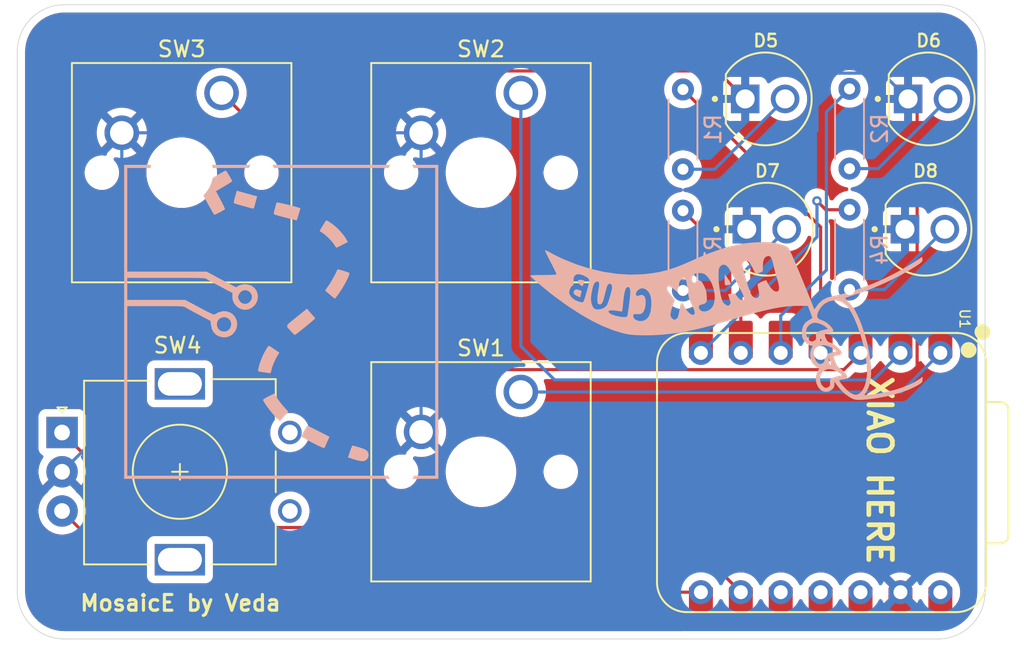
<source format=kicad_pcb>
(kicad_pcb (version 20241229) (generator "pcbnew") (generator_version "9.0")
  (layers (0 "F.Cu" signal) (2 "B.Cu" signal) (13 "F.Paste" user) (15 "B.Paste" user) (5 "F.SilkS" user "F.Silkscreen") (7 "B.SilkS" user "B.Silkscreen") (1 "F.Mask" user) (3 "B.Mask" user) (25 "Edge.Cuts" user))
  (net 0 "")
  (net 1 "Net-(D5-PadA)")
  (net 2 "GND")
  (net 3 "Net-(D6-PadA)")
  (net 4 "Net-(D7-PadA)")
  (net 5 "Net-(D8-PadA)")
  (net 6 "LED 1")
  (net 7 "LED 2")
  (net 8 "LED 3")
  (net 9 "LED 4")
  (net 10 "Button 1")
  (net 11 "Button 2")
  (net 12 "Button 3")
  (net 13 "ROT ENC A")
  (net 14 "ROT ENC B")
  (footprint "L08R5000Q1:LEDRD254W57D500H1070" (layer "F.Cu") (at 116.7 91.8)
    (property "Reference" "D5" (at 0.04 -3.708 0) (layer "F.SilkS") (effects (font (size 0.8 0.8))))
    (property "Value" "L08R5000Q1" (hide yes))
    (pad "A" thru_hole circle (at 1.27 0) (size 1.815 1.815) (drill 1.21) (layers "*.Cu" "*.Mask") (net 1 "Net-(D5-PadA)"))
    (pad "C" thru_hole rect (at -1.27 0) (size 1.815 1.815) (drill 1.21) (layers "*.Cu" "*.Mask") (net 2 "GND"))
  )
  (footprint "Button_Switch_Keyboard:SW_Cherry_MX_1.00u_PCB" (layer "F.Cu") (at 82.1025 91.42)
    (property "Reference" "SW3" (at -2.54 -2.794 0) (layer "F.SilkS"))
    (property "Value" "SW_Push")
    (pad "" np_thru_hole circle (at -7.62 5.08) (size 1.7 1.7) (drill 1.7) (layers "*.Cu" "*.Mask"))
    (pad "" np_thru_hole circle (at -2.54 5.08) (size 4 4) (drill 4) (layers "*.Cu" "*.Mask"))
    (pad "" np_thru_hole circle (at 2.54 5.08) (size 1.7 1.7) (drill 1.7) (layers "*.Cu" "*.Mask"))
    (pad "1" thru_hole circle (at 0 0) (size 2.2 2.2) (drill 1.5) (layers "*.Cu" "*.Mask") (net 12 "Button 3"))
    (pad "2" thru_hole circle (at -6.35 2.54) (size 2.2 2.2) (drill 1.5) (layers "*.Cu" "*.Mask") (net 2 "GND"))
  )
  (footprint "Rotary_Encoder:RotaryEncoder_Alps_EC11E_Vertical_H20mm" (layer "F.Cu") (at 71.95 113.05)
    (property "Reference" "SW4" (at 7.35 -5.55 0) (layer "F.SilkS"))
    (property "Value" "RotaryEncoder")
    (pad "" thru_hole circle (at 14.5 0) (size 1.5 1.5) (drill 1) (layers "*.Cu" "*.Mask"))
    (pad "" thru_hole circle (at 14.5 5) (size 1.5 1.5) (drill 1) (layers "*.Cu" "*.Mask"))
    (pad "A" thru_hole rect (at 0 0) (size 2 2) (drill 1) (layers "*.Cu" "*.Mask") (net 13 "ROT ENC A"))
    (pad "B" thru_hole circle (at 0 5) (size 2 2) (drill 1) (layers "*.Cu" "*.Mask") (net 14 "ROT ENC B"))
    (pad "C" thru_hole circle (at 0 2.5) (size 2 2) (drill 1) (layers "*.Cu" "*.Mask") (net 2 "GND"))
    (pad "MP" thru_hole rect (at 7.5 -3.1) (size 3.2 2) (drill oval 2.8 1.5) (layers "*.Cu" "*.Mask"))
    (pad "MP" thru_hole rect (at 7.5 8.1) (size 3.2 2) (drill oval 2.8 1.5) (layers "*.Cu" "*.Mask"))
  )
  (footprint "L08R5000Q1:LEDRD254W57D500H1070" (layer "F.Cu") (at 116.8 100.1)
    (property "Reference" "D7" (at 0.04 -3.708 0) (layer "F.SilkS") (effects (font (size 0.8 0.8))))
    (property "Value" "L08R5000Q1" (hide yes))
    (pad "A" thru_hole circle (at 1.27 0) (size 1.815 1.815) (drill 1.21) (layers "*.Cu" "*.Mask") (net 4 "Net-(D7-PadA)"))
    (pad "C" thru_hole rect (at -1.27 0) (size 1.815 1.815) (drill 1.21) (layers "*.Cu" "*.Mask") (net 2 "GND"))
  )
  (footprint "L08R5000Q1:LEDRD254W57D500H1070" (layer "F.Cu") (at 126.87 100.1)
    (property "Reference" "D8" (at 0.04 -3.708 0) (layer "F.SilkS") (effects (font (size 0.8 0.8))))
    (property "Value" "L08R5000Q1" (hide yes))
    (pad "A" thru_hole circle (at 1.27 0) (size 1.815 1.815) (drill 1.21) (layers "*.Cu" "*.Mask") (net 5 "Net-(D8-PadA)"))
    (pad "C" thru_hole rect (at -1.27 0) (size 1.815 1.815) (drill 1.21) (layers "*.Cu" "*.Mask") (net 2 "GND"))
  )
  (footprint "L08R5000Q1:LEDRD254W57D500H1070" (layer "F.Cu") (at 127.07 91.8)
    (property "Reference" "D6" (at 0.04 -3.708 0) (layer "F.SilkS") (effects (font (size 0.8 0.8))))
    (property "Value" "L08R5000Q1" (hide yes))
    (pad "A" thru_hole circle (at 1.27 0) (size 1.815 1.815) (drill 1.21) (layers "*.Cu" "*.Mask") (net 3 "Net-(D6-PadA)"))
    (pad "C" thru_hole rect (at -1.27 0) (size 1.815 1.815) (drill 1.21) (layers "*.Cu" "*.Mask") (net 2 "GND"))
  )
  (footprint "Button_Switch_Keyboard:SW_Cherry_MX_1.00u_PCB" (layer "F.Cu") (at 101.1525 110.47)
    (property "Reference" "SW1" (at -2.54 -2.794 0) (layer "F.SilkS"))
    (property "Value" "SW_Push")
    (pad "" np_thru_hole circle (at -7.62 5.08) (size 1.7 1.7) (drill 1.7) (layers "*.Cu" "*.Mask"))
    (pad "" np_thru_hole circle (at -2.54 5.08) (size 4 4) (drill 4) (layers "*.Cu" "*.Mask"))
    (pad "" np_thru_hole circle (at 2.54 5.08) (size 1.7 1.7) (drill 1.7) (layers "*.Cu" "*.Mask"))
    (pad "1" thru_hole circle (at 0 0) (size 2.2 2.2) (drill 1.5) (layers "*.Cu" "*.Mask") (net 10 "Button 1"))
    (pad "2" thru_hole circle (at -6.35 2.54) (size 2.2 2.2) (drill 1.5) (layers "*.Cu" "*.Mask") (net 2 "GND"))
  )
  (footprint "OPH:XIAO-RP2040-DIP" (layer "F.Cu") (at 120.2315 115.6 -90)
    (property "Reference" "U1" (at -9.8 -9.1685 270) (layer "F.SilkS") (effects (font (size 0.635 0.635) (thickness 0.1016))))
    (property "Value" "XIAO-RP2040-DIP")
    (pad "1" smd roundrect (at -8.455 -7.62 90) (size 2.432 1.524) (layers "F.Cu" "F.Mask") (roundrect_rratio 0.1) (net 10 "Button 1"))
    (pad "1" thru_hole circle (at -7.62 -7.62 90) (size 1.524 1.524) (drill 0.889) (layers "*.Cu" "*.Mask") (net 10 "Button 1"))
    (pad "2" smd roundrect (at -8.455 -5.08 90) (size 2.432 1.524) (layers "F.Cu" "F.Mask") (roundrect_rratio 0.1) (net 11 "Button 2"))
    (pad "2" thru_hole circle (at -7.62 -5.08 90) (size 1.524 1.524) (drill 0.889) (layers "*.Cu" "*.Mask") (net 11 "Button 2"))
    (pad "3" smd roundrect (at -8.455 -2.54 90) (size 2.432 1.524) (layers "F.Cu" "F.Mask") (roundrect_rratio 0.1) (net 12 "Button 3"))
    (pad "3" thru_hole circle (at -7.62 -2.54 90) (size 1.524 1.524) (drill 0.889) (layers "*.Cu" "*.Mask") (net 12 "Button 3"))
    (pad "4" smd roundrect (at -8.455 0 90) (size 2.432 1.524) (layers "F.Cu" "F.Mask") (roundrect_rratio 0.1) (net 6 "LED 1"))
    (pad "4" thru_hole circle (at -7.62 0 90) (size 1.524 1.524) (drill 0.889) (layers "*.Cu" "*.Mask") (net 6 "LED 1"))
    (pad "5" smd roundrect (at -8.455 2.54 90) (size 2.432 1.524) (layers "F.Cu" "F.Mask") (roundrect_rratio 0.1) (net 7 "LED 2"))
    (pad "5" thru_hole circle (at -7.62 2.54 90) (size 1.524 1.524) (drill 0.889) (layers "*.Cu" "*.Mask") (net 7 "LED 2"))
    (pad "6" smd roundrect (at -8.455 5.08 90) (size 2.432 1.524) (layers "F.Cu" "F.Mask") (roundrect_rratio 0.1) (net 8 "LED 3"))
    (pad "6" thru_hole circle (at -7.62 5.08 90) (size 1.524 1.524) (drill 0.889) (layers "*.Cu" "*.Mask") (net 8 "LED 3"))
    (pad "7" smd roundrect (at -8.455 7.62 90) (size 2.432 1.524) (layers "F.Cu" "F.Mask") (roundrect_rratio 0.1) (net 9 "LED 4"))
    (pad "7" thru_hole circle (at -7.62 7.62 90) (size 1.524 1.524) (drill 0.889) (layers "*.Cu" "*.Mask") (net 9 "LED 4"))
    (pad "8" thru_hole circle (at 7.62 7.62 270) (size 1.524 1.524) (drill 0.889) (layers "*.Cu" "*.Mask") (net 14 "ROT ENC B"))
    (pad "8" smd roundrect (at 8.455 7.62 270) (size 2.432 1.524) (layers "F.Cu" "F.Mask") (roundrect_rratio 0.1) (net 14 "ROT ENC B"))
    (pad "9" thru_hole circle (at 7.62 5.08 270) (size 1.524 1.524) (drill 0.889) (layers "*.Cu" "*.Mask") (net 13 "ROT ENC A"))
    (pad "9" smd roundrect (at 8.455 5.08 270) (size 2.432 1.524) (layers "F.Cu" "F.Mask") (roundrect_rratio 0.1) (net 13 "ROT ENC A"))
    (pad "10" thru_hole circle (at 7.62 2.54 270) (size 1.524 1.524) (drill 0.889) (layers "*.Cu" "*.Mask"))
    (pad "10" smd roundrect (at 8.455 2.54 270) (size 2.432 1.524) (layers "F.Cu" "F.Mask") (roundrect_rratio 0.1))
    (pad "11" thru_hole circle (at 7.62 0 270) (size 1.524 1.524) (drill 0.889) (layers "*.Cu" "*.Mask"))
    (pad "11" smd roundrect (at 8.455 0 270) (size 2.432 1.524) (layers "F.Cu" "F.Mask") (roundrect_rratio 0.1))
    (pad "12" thru_hole circle (at 7.62 -2.54 270) (size 1.524 1.524) (drill 0.889) (layers "*.Cu" "*.Mask"))
    (pad "12" smd roundrect (at 8.455 -2.54 270) (size 2.432 1.524) (layers "F.Cu" "F.Mask") (roundrect_rratio 0.1))
    (pad "13" thru_hole circle (at 7.62 -5.08 270) (size 1.524 1.524) (drill 0.889) (layers "*.Cu" "*.Mask") (net 2 "GND"))
    (pad "13" smd roundrect (at 8.455 -5.08 270) (size 2.432 1.524) (layers "F.Cu" "F.Mask") (roundrect_rratio 0.1) (net 2 "GND"))
    (pad "14" thru_hole circle (at 7.62 -7.62 270) (size 1.524 1.524) (drill 0.889) (layers "*.Cu" "*.Mask"))
    (pad "14" smd roundrect (at 8.455 -7.62 270) (size 2.432 1.524) (layers "F.Cu" "F.Mask") (roundrect_rratio 0.1))
  )
  (footprint "Button_Switch_Keyboard:SW_Cherry_MX_1.00u_PCB" (layer "F.Cu") (at 101.1525 91.42)
    (property "Reference" "SW2" (at -2.54 -2.794 0) (layer "F.SilkS"))
    (property "Value" "SW_Push")
    (pad "" np_thru_hole circle (at -7.62 5.08) (size 1.7 1.7) (drill 1.7) (layers "*.Cu" "*.Mask"))
    (pad "" np_thru_hole circle (at -2.54 5.08) (size 4 4) (drill 4) (layers "*.Cu" "*.Mask"))
    (pad "" np_thru_hole circle (at 2.54 5.08) (size 1.7 1.7) (drill 1.7) (layers "*.Cu" "*.Mask"))
    (pad "1" thru_hole circle (at 0 0) (size 2.2 2.2) (drill 1.5) (layers "*.Cu" "*.Mask") (net 11 "Button 2"))
    (pad "2" thru_hole circle (at -6.35 2.54) (size 2.2 2.2) (drill 1.5) (layers "*.Cu" "*.Mask") (net 2 "GND"))
  )
  (footprint "Resistor_THT:R_Axial_DIN0204_L3.6mm_D1.6mm_P5.08mm_Horizontal" (layer "B.Cu") (at 122.07 96.24 90)
    (property "Reference" "R2" (at 2.54 1.92 90) (layer "B.SilkS") (effects (justify mirror)))
    (property "Value" "R")
    (pad "1" thru_hole circle (at 0 0 90) (size 1.4 1.4) (drill 0.7) (layers "*.Cu" "*.Mask") (net 3 "Net-(D6-PadA)"))
    (pad "2" thru_hole circle (at 5.08 0 90) (size 1.4 1.4) (drill 0.7) (layers "*.Cu" "*.Mask") (net 7 "LED 2"))
  )
  (footprint "Resistor_THT:R_Axial_DIN0204_L3.6mm_D1.6mm_P5.08mm_Horizontal" (layer "B.Cu") (at 111.47 96.28 90)
    (property "Reference" "R1" (at 2.54 1.92 90) (layer "B.SilkS") (effects (justify mirror)))
    (property "Value" "R")
    (pad "1" thru_hole circle (at 0 0 90) (size 1.4 1.4) (drill 0.7) (layers "*.Cu" "*.Mask") (net 1 "Net-(D5-PadA)"))
    (pad "2" thru_hole circle (at 5.08 0 90) (size 1.4 1.4) (drill 0.7) (layers "*.Cu" "*.Mask") (net 6 "LED 1"))
  )
  (footprint "LOGO" (layer "B.Cu") (at 85.9 106 180)
    (property "Reference" "G***" (hide yes))
    (property "Value" "LOGO" (hide yes))
  )
  (footprint "Resistor_THT:R_Axial_DIN0204_L3.6mm_D1.6mm_P5.08mm_Horizontal" (layer "B.Cu") (at 122.07 103.94 90)
    (property "Reference" "R4" (at 2.54 1.92 90) (layer "B.SilkS") (effects (justify mirror)))
    (property "Value" "R")
    (pad "1" thru_hole circle (at 0 0 90) (size 1.4 1.4) (drill 0.7) (layers "*.Cu" "*.Mask") (net 5 "Net-(D8-PadA)"))
    (pad "2" thru_hole circle (at 5.08 0 90) (size 1.4 1.4) (drill 0.7) (layers "*.Cu" "*.Mask") (net 9 "LED 4"))
  )
  (footprint "Resistor_THT:R_Axial_DIN0204_L3.6mm_D1.6mm_P5.08mm_Horizontal" (layer "B.Cu") (at 111.47 104 90)
    (property "Reference" "R3" (at 2.54 1.92 90) (layer "B.SilkS") (effects (justify mirror)))
    (property "Value" "R")
    (pad "1" thru_hole circle (at 0 0 90) (size 1.4 1.4) (drill 0.7) (layers "*.Cu" "*.Mask") (net 4 "Net-(D7-PadA)"))
    (pad "2" thru_hole circle (at 5.08 0 90) (size 1.4 1.4) (drill 0.7) (layers "*.Cu" "*.Mask") (net 8 "LED 3"))
  )
  (footprint "LOGO" (layer "B.Cu") (at 114.2 105.9 180)
    (property "Reference" "G***" (hide yes))
    (property "Value" "LOGO" (hide yes))
  )
  (gr_arc (start 127.7 85.8) (mid 129.82132 86.67868) (end 130.7 88.8) (stroke (width 0.05)) (layer "Edge.Cuts"))
  (gr_arc (start 72.1 126.2) (mid 69.97868 125.32132) (end 69.1 123.2) (stroke (width 0.05)) (layer "Edge.Cuts"))
  (gr_line (start 127.7 126.2) (end 72.1 126.2) (stroke (width 0.05)) (layer "Edge.Cuts"))
  (gr_line (start 130.7 88.8) (end 130.7 123.2) (stroke (width 0.05)) (layer "Edge.Cuts"))
  (gr_line (start 69.1 123.2) (end 69.1 88.8) (stroke (width 0.05)) (layer "Edge.Cuts"))
  (gr_arc (start 69.1 88.8) (mid 69.97868 86.67868) (end 72.1 85.8) (stroke (width 0.05)) (layer "Edge.Cuts"))
  (gr_arc (start 130.7 123.2) (mid 129.82132 125.32132) (end 127.7 126.2) (stroke (width 0.05)) (layer "Edge.Cuts"))
  (gr_line (start 72.1 85.8) (end 127.7 85.8) (stroke (width 0.05)) (layer "Edge.Cuts"))
  (gr_text "MosaicE by Veda" (at 73 124.5 0) (layer "F.SilkS") (effects (font (size 1 1) (thickness 0.2) (bold yes)) (justify left bottom)))
  (gr_text "XIAO HERE" (at 123.1 109.3 270) (layer "F.SilkS") (effects (font (size 1.5 1.5) (thickness 0.3) (bold yes)) (justify left bottom)))
  (segment (start 113.49 96.28) (end 117.97 91.8) (width 0.2) (layer "B.Cu") (net 1))
  (segment (start 111.47 96.28) (end 113.49 96.28) (width 0.2) (layer "B.Cu") (net 1))
  (segment (start 126.3745 92.3745) (end 126.3745 122.157) (width 0.2) (layer "F.Cu") (net 2))
  (segment (start 126.3745 122.157) (end 125.3115 123.22) (width 0.2) (layer "F.Cu") (net 2))
  (segment (start 113.649 90.019) (end 98.7435 90.019) (width 0.2) (layer "F.Cu") (net 2))
  (segment (start 125.8 91.8) (end 126.3745 92.3745) (width 0.2) (layer "F.Cu") (net 2))
  (segment (start 115.43 91.8) (end 113.649 90.019) (width 0.2) (layer "F.Cu") (net 2))
  (segment (start 98.7435 90.019) (end 94.8025 93.96) (width 0.2) (layer "F.Cu") (net 2))
  (segment (start 120 90.6) (end 120 93.8) (width 0.2) (layer "B.Cu") (net 2))
  (segment (start 71.95 115.55) (end 75.7525 111.7475) (width 0.2) (layer "B.Cu") (net 2))
  (segment (start 75.7525 111.7475) (end 75.7525 93.96) (width 0.2) (layer "B.Cu") (net 2))
  (segment (start 115.43 90.17) (end 116 89.6) (width 0.2) (layer "B.Cu") (net 2))
  (segment (start 75.7525 93.96) (end 94.8025 93.96) (width 0.2) (layer "B.Cu") (net 2))
  (segment (start 124.159 90.159) (end 119.741 90.159) (width 0.2) (layer "B.Cu") (net 2))
  (segment (start 115.43 91.8) (end 115.43 90.17) (width 0.2) (layer "B.Cu") (net 2))
  (segment (start 115.53 98.27) (end 115.53 100.1) (width 0.2) (layer "B.Cu") (net 2))
  (segment (start 94.8025 93.96) (end 94.8025 113.01) (width 0.2) (layer "B.Cu") (net 2))
  (segment (start 125.8 91.8) (end 124.159 90.159) (width 0.2) (layer "B.Cu") (net 2))
  (segment (start 116 89.6) (end 119 89.6) (width 0.2) (layer "B.Cu") (net 2))
  (segment (start 120 93.8) (end 115.53 98.27) (width 0.2) (layer "B.Cu") (net 2))
  (segment (start 119.741 90.159) (end 119.65 90.25) (width 0.2) (layer "B.Cu") (net 2))
  (segment (start 119.65 90.25) (end 120 90.6) (width 0.2) (layer "B.Cu") (net 2))
  (segment (start 119 89.6) (end 119.65 90.25) (width 0.2) (layer "B.Cu") (net 2))
  (segment (start 123.9 96.24) (end 128.34 91.8) (width 0.2) (layer "B.Cu") (net 3))
  (segment (start 122.07 96.24) (end 123.9 96.24) (width 0.2) (layer "B.Cu") (net 3))
  (segment (start 111.47 104) (end 114.17 104) (width 0.2) (layer "B.Cu") (net 4))
  (segment (start 114.17 104) (end 118.07 100.1) (width 0.2) (layer "B.Cu") (net 4))
  (segment (start 122.07 103.94) (end 124.3 103.94) (width 0.2) (layer "B.Cu") (net 5))
  (segment (start 124.3 103.94) (end 128.14 100.1) (width 0.2) (layer "B.Cu") (net 5))
  (segment (start 111.47 91.2) (end 120.2315 99.9615) (width 0.2) (layer "F.Cu") (net 6))
  (segment (start 120.2315 99.9615) (end 120.2315 107.98) (width 0.2) (layer "F.Cu") (net 6))
  (segment (start 120.6 102.7) (end 117.6915 105.6085) (width 0.2) (layer "B.Cu") (net 7))
  (segment (start 120.6 92.63) (end 120.6 102.7) (width 0.2) (layer "B.Cu") (net 7))
  (segment (start 117.6915 105.6085) (end 117.6915 107.98) (width 0.2) (layer "B.Cu") (net 7))
  (segment (start 122.07 91.16) (end 120.6 92.63) (width 0.2) (layer "B.Cu") (net 7))
  (segment (start 111.47 98.92) (end 115.1515 102.6015) (width 0.2) (layer "F.Cu") (net 8))
  (segment (start 115.1515 102.6015) (end 115.1515 107.98) (width 0.2) (layer "F.Cu") (net 8))
  (segment (start 120.56 98.86) (end 120 98.3) (width 0.2) (layer "F.Cu") (net 9))
  (segment (start 122.07 98.86) (end 120.56 98.86) (width 0.2) (layer "F.Cu") (net 9))
  (via (at 120 98.3) (size 0.6) (drill 0.3) (layers "F.Cu" "B.Cu") (net 9))
  (segment (start 120 100.5915) (end 112.6115 107.98) (width 0.2) (layer "B.Cu") (net 9))
  (segment (start 120 98.3) (end 120 100.5915) (width 0.2) (layer "B.Cu") (net 9))
  (segment (start 101.1525 110.47) (end 125.3615 110.47) (width 0.2) (layer "B.Cu") (net 10))
  (segment (start 125.3615 110.47) (end 127.8515 107.98) (width 0.2) (layer "B.Cu") (net 10))
  (segment (start 103.301376 109.7) (end 123.5915 109.7) (width 0.2) (layer "B.Cu") (net 11))
  (segment (start 101.1525 107.551124) (end 103.301376 109.7) (width 0.2) (layer "B.Cu") (net 11))
  (segment (start 101.1525 91.42) (end 101.1525 107.551124) (width 0.2) (layer "B.Cu") (net 11))
  (segment (start 123.5915 109.7) (end 125.3115 107.98) (width 0.2) (layer "B.Cu") (net 11))
  (segment (start 99.7255 109.043) (end 121.7085 109.043) (width 0.2) (layer "F.Cu") (net 12))
  (segment (start 121.7085 109.043) (end 122.7715 107.98) (width 0.2) (layer "F.Cu") (net 12))
  (segment (start 82.1025 91.42) (end 99.7255 109.043) (width 0.2) (layer "F.Cu") (net 12))
  (segment (start 71.95 113.05) (end 78 119.1) (width 0.2) (layer "F.Cu") (net 13))
  (segment (start 111.0315 119.1) (end 115.1515 123.22) (width 0.2) (layer "F.Cu") (net 13))
  (segment (start 78 119.1) (end 111.0315 119.1) (width 0.2) (layer "F.Cu") (net 13))
  (segment (start 71.95 118.05) (end 77.12 123.22) (width 0.2) (layer "F.Cu") (net 14))
  (segment (start 77.12 123.22) (end 112.6115 123.22) (width 0.2) (layer "F.Cu") (net 14))
  (zone (net 2) (net_name "GND") (layers "F.Cu" "B.Cu") (connect_pads (clearance 0.5)) (min_thickness 0.25) (fill yes (thermal_gap 0.5) (thermal_bridge_width 0.5))
    (polygon (pts (xy 68 85.5) (xy 132.9 85.5) (xy 133.2 127.8) (xy 68.1 128.3)))
  )
)
</source>
